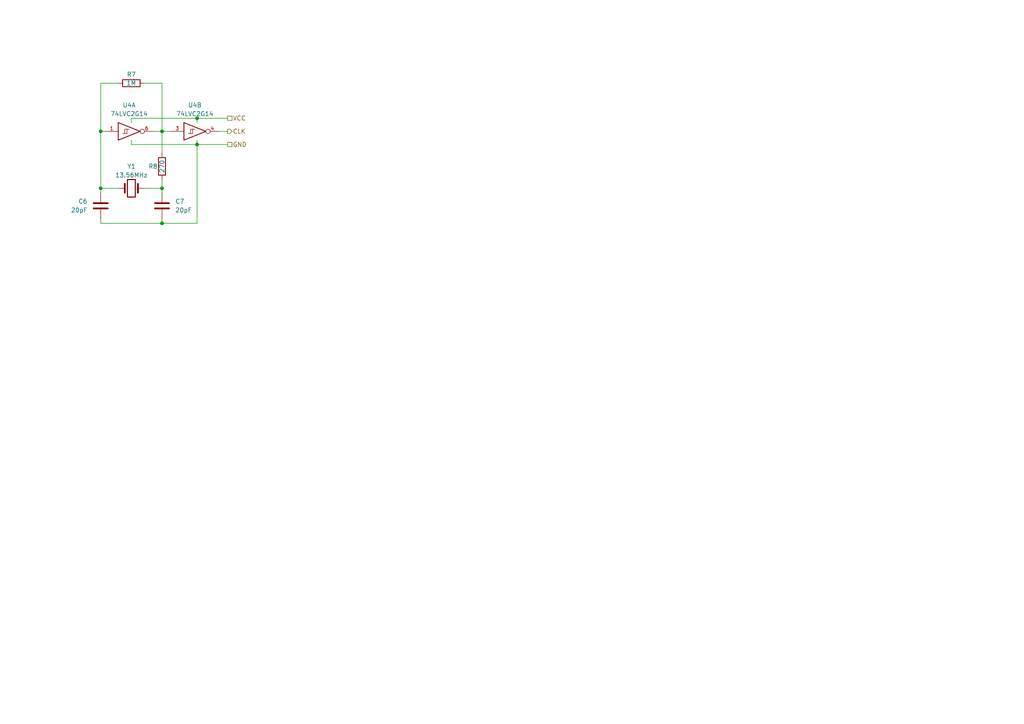
<source format=kicad_sch>
(kicad_sch (version 20211123) (generator eeschema)
  (paper "A4")
  (lib_symbols
    (symbol "74xGxx:74LVC2G14" (pin_names (offset 1.016))
      (property "Reference" "U" (at -2.54 3.81 0))
      (property "Value" "74LVC2G14" (at 0 -3.81 0))
      (symbol "74LVC2G14_0_1"
        (polyline (pts (xy -1.905 -0.635) (xy -1.27 -0.635) (xy -1.27 0.635)))
        (polyline (pts (xy -3.81 2.54) (xy -3.81 -2.54) (xy 2.54 0) (xy -3.81 2.54)) (stroke (width 0.254)))
        (polyline (pts (xy -2.54 -0.635) (xy -1.905 -0.635) (xy -1.905 0.635) (xy -0.635 0.635)))
        (pin power_in line (at 0 -2.54 270) (length 0) hide (name "GND") (number "2"))
        (pin power_in line (at 0 2.54 90) (length 0) hide (name "VCC") (number "5"))
      )
      (symbol "74LVC2G14_1_1"
        (pin input line (at -7.62 0 0) (length 3.81) (name "~") (number "1"))
        (pin output inverted (at 6.35 0 180) (length 3.81) (name "~") (number "6"))
      )
      (symbol "74LVC2G14_2_1"
        (pin input line (at -7.62 0 0) (length 3.81) (name "~") (number "3"))
        (pin output inverted (at 6.35 0 180) (length 3.81) (name "~") (number "4"))
      )
    )
    (symbol "Device:C" (pin_numbers hide) (pin_names (offset 0.254))
      (property "Reference" "C" (at 0.635 2.54 0))
      (property "Value" "C" (at 0.635 -2.54 0))
      (symbol "C_0_1"
        (polyline (pts (xy -2.032 -0.762) (xy 2.032 -0.762)) (stroke (width 0.508)))
        (polyline (pts (xy -2.032 0.762) (xy 2.032 0.762)) (stroke (width 0.508)))
      )
      (symbol "C_1_1"
        (pin passive line (at 0 3.81 270) (length 2.794) (name "~") (number "1"))
        (pin passive line (at 0 -3.81 90) (length 2.794) (name "~") (number "2"))
      )
    )
    (symbol "Device:Crystal" (pin_numbers hide) (pin_names (offset 1.016) hide)
      (property "Reference" "Y" (at 0 3.81 0))
      (property "Value" "Crystal" (at 0 -3.81 0))
      (symbol "Crystal_0_1"
        (rectangle (start -1.143 2.54) (end 1.143 -2.54) (stroke (width 0.3048)))
        (polyline (pts (xy -2.54 0) (xy -1.905 0)))
        (polyline (pts (xy -1.905 -1.27) (xy -1.905 1.27)) (stroke (width 0.508)))
        (polyline (pts (xy 1.905 -1.27) (xy 1.905 1.27)) (stroke (width 0.508)))
        (polyline (pts (xy 2.54 0) (xy 1.905 0)))
      )
      (symbol "Crystal_1_1"
        (pin passive line (at -3.81 0 0) (length 1.27) (name "1") (number "1"))
        (pin passive line (at 3.81 0 180) (length 1.27) (name "2") (number "2"))
      )
    )
    (symbol "Device:R" (pin_numbers hide) (pin_names (offset 0))
      (property "Reference" "R" (at 2.032 0 90))
      (property "Value" "R" (at 0 0 90))
      (symbol "R_0_1"
        (rectangle (start -1.016 -2.54) (end 1.016 2.54) (stroke (width 0.254)))
      )
      (symbol "R_1_1"
        (pin passive line (at 0 3.81 270) (length 1.27) (name "~") (number "1"))
        (pin passive line (at 0 -3.81 90) (length 1.27) (name "~") (number "2"))
      )
    )
  )
  (junction (at 57.15 34.29))
  (junction (at 29.21 54.61))
  (junction (at 46.99 54.61))
  (junction (at 57.15 41.91))
  (junction (at 29.21 38.1))
  (junction (at 46.99 64.77))
  (junction (at 46.99 38.1))
  (wire (pts (xy 57.15 64.77) (xy 57.15 41.91)))
  (wire (pts (xy 57.15 41.91) (xy 66.04 41.91)))
  (wire (pts (xy 57.15 34.29) (xy 66.04 34.29)))
  (wire (pts (xy 38.1 40.64) (xy 38.1 41.91)))
  (wire (pts (xy 46.99 24.13) (xy 46.99 38.1)))
  (wire (pts (xy 34.29 54.61) (xy 29.21 54.61)))
  (wire (pts (xy 29.21 55.88) (xy 29.21 54.61)))
  (wire (pts (xy 46.99 38.1) (xy 44.45 38.1)))
  (wire (pts (xy 46.99 44.45) (xy 46.99 38.1)))
  (wire (pts (xy 38.1 35.56) (xy 38.1 34.29)))
  (wire (pts (xy 66.04 38.1) (xy 63.5 38.1)))
  (wire (pts (xy 38.1 34.29) (xy 57.15 34.29)))
  (wire (pts (xy 46.99 54.61) (xy 41.91 54.61)))
  (wire (pts (xy 38.1 41.91) (xy 57.15 41.91)))
  (wire (pts (xy 29.21 64.77) (xy 46.99 64.77)))
  (wire (pts (xy 46.99 64.77) (xy 57.15 64.77)))
  (wire (pts (xy 29.21 38.1) (xy 29.21 54.61)))
  (wire (pts (xy 46.99 52.07) (xy 46.99 54.61)))
  (wire (pts (xy 57.15 34.29) (xy 57.15 35.56)))
  (wire (pts (xy 29.21 24.13) (xy 29.21 38.1)))
  (wire (pts (xy 29.21 38.1) (xy 30.48 38.1)))
  (wire (pts (xy 57.15 40.64) (xy 57.15 41.91)))
  (wire (pts (xy 49.53 38.1) (xy 46.99 38.1)))
  (wire (pts (xy 46.99 55.88) (xy 46.99 54.61)))
  (wire (pts (xy 34.29 24.13) (xy 29.21 24.13)))
  (wire (pts (xy 46.99 64.77) (xy 46.99 63.5)))
  (wire (pts (xy 29.21 63.5) (xy 29.21 64.77)))
  (wire (pts (xy 41.91 24.13) (xy 46.99 24.13)))
  (hierarchical_label "VCC" (shape passive) (at 66.04 34.29 0))
  (hierarchical_label "CLK" (shape output) (at 66.04 38.1 0))
  (hierarchical_label "GND" (shape passive) (at 66.04 41.91 0))
  (symbol (lib_id "Device:R") (at 46.99 48.26 180) (unit 1)
    (property "Reference" "R8" (at 45.72 48.26 0) (effects (justify left)))
    (property "Value" "270" (at 46.99 48.26 90))
    (property "Footprint" "Resistor_SMD:R_0805_2012Metric_Pad1.20x1.40mm_HandSolder" (effects hide))
  )
  (symbol (lib_id "74xGxx:74LVC2G14") (at 38.1 38.1 0) (unit 1)
    (property "Reference" "U4" (at 37.465 30.48 0))
    (property "Value" "74LVC2G14" (at 37.465 33.02 0))
    (property "Footprint" "Package_TO_SOT_SMD:SOT-23-6_Handsoldering" (effects hide))
    (property "Datasheet" "https://www.ti.com/lit/ds/symlink/sn74lvc2g14.pdf" (effects hide))
  )
  (symbol (lib_id "Device:R") (at 38.1 24.13 90) (unit 1)
    (property "Reference" "R7" (at 38.1 21.59 90))
    (property "Value" "1M" (at 38.1 24.13 90))
    (property "Footprint" "Resistor_SMD:R_0805_2012Metric_Pad1.20x1.40mm_HandSolder" (effects hide))
  )
  (symbol (lib_id "74xGxx:74LVC2G14") (at 57.15 38.1 0) (unit 2)
    (property "Reference" "U4" (at 56.515 30.48 0))
    (property "Value" "74LVC2G14" (at 56.515 33.02 0))
    (property "Footprint" "Package_TO_SOT_SMD:SOT-23-6_Handsoldering" (effects hide))
    (property "Datasheet" "https://www.ti.com/lit/ds/symlink/sn74lvc2g14.pdf" (effects hide))
  )
  (symbol (lib_id "Device:C") (at 29.21 59.69 0) (mirror y) (unit 1)
    (property "Reference" "C6" (at 25.4 58.4199 0) (effects (justify left)))
    (property "Value" "20pF" (at 25.4 60.9599 0) (effects (justify left)))
    (property "Footprint" "Capacitor_SMD:C_0805_2012Metric_Pad1.18x1.45mm_HandSolder" (effects hide))
  )
  (symbol (lib_id "Device:C") (at 46.99 59.69 0) (unit 1)
    (property "Reference" "C7" (at 50.8 58.4199 0) (effects (justify left)))
    (property "Value" "20pF" (at 50.8 60.9599 0) (effects (justify left)))
    (property "Footprint" "Capacitor_SMD:C_0805_2012Metric_Pad1.18x1.45mm_HandSolder" (effects hide))
  )
  (symbol (lib_id "Device:Crystal") (at 38.1 54.61 0) (unit 1)
    (property "Reference" "Y1" (at 38.1 48.26 0))
    (property "Value" "13.56MHz" (at 38.1 50.8 0))
    (property "Footprint" "Crystal:Crystal_HC49-U_Vertical" (effects hide))
  )
)
</source>
